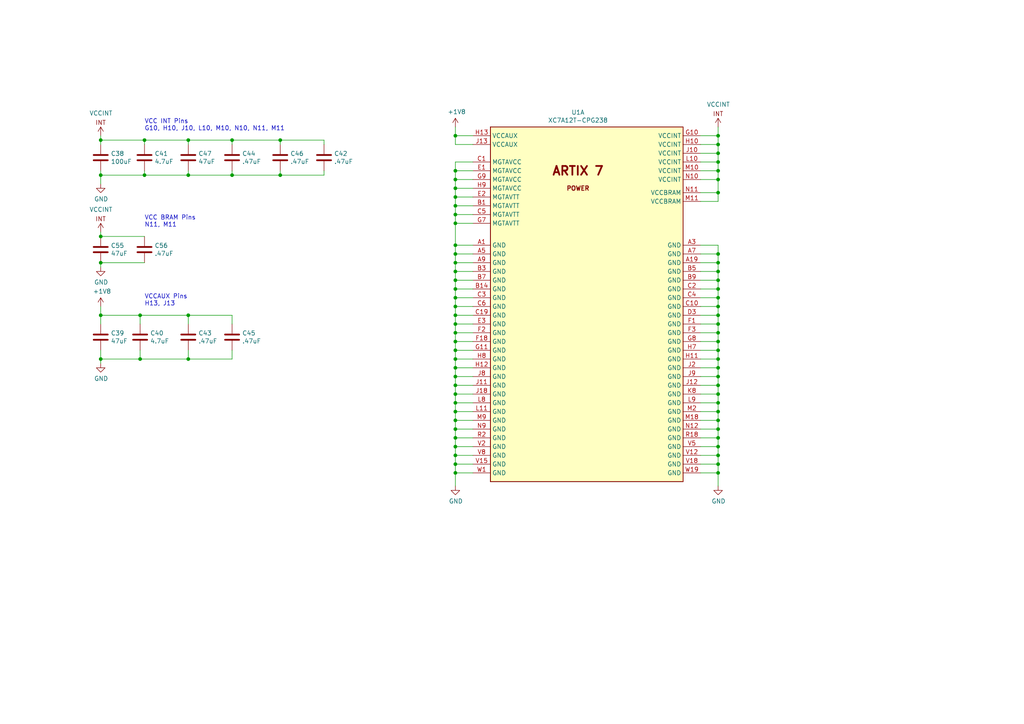
<source format=kicad_sch>
(kicad_sch (version 20211123) (generator eeschema)
  (paper "A4")
  (title_block (title "FOBOS Artix-7 a12t DUT - FPGA Power") (rev "1.0") (company "Cryptographic Engineering Research Group") (comment 1 "License: Apache License Version 2.0") (comment 2 "Copyright © Cryptographic Engineering Research Group") (comment 3 "Author: Jens-Peter Kaps, Eddie Ferrufino") (comment 4 "Project: FOBOS Artix-7 a12t DUT"))
  (lib_symbols
    (symbol "Device:C" (pin_numbers hide) (pin_names (offset 0.254))
      (property "Reference" "C" (at 0.635 2.54 0))
      (property "Value" "C" (at 0.635 -2.54 0))
      (symbol "C_0_1"
        (polyline (pts (xy -2.032 -0.762) (xy 2.032 -0.762)) (stroke (width 0.508)))
        (polyline (pts (xy -2.032 0.762) (xy 2.032 0.762)) (stroke (width 0.508)))
      )
      (symbol "C_1_1"
        (pin passive line (at 0 3.81 270) (length 2.794) (name "~") (number "1"))
        (pin passive line (at 0 -3.81 90) (length 2.794) (name "~") (number "2"))
      )
    )
    (symbol "cerg:VCCINT" (power) (pin_names (offset 0))
      (property "Value" "VCCINT" (at -2.54 3.81 90))
      (symbol "VCCINT_0_0"
        (text "INT" (at 0 3.81 0) (effects (font (size 1.27 1.27))))
      )
      (symbol "VCCINT_0_1"
        (polyline (pts (xy -0.762 1.27) (xy 0 2.54)))
        (polyline (pts (xy 0 0) (xy 0 2.54)))
        (polyline (pts (xy 0 2.54) (xy 0.762 1.27)))
      )
      (symbol "VCCINT_1_1"
        (pin power_in line (at 0 0 90) (length 0) hide (name "VCCINT") (number "1"))
      )
    )
    (symbol "cerg:XC7A12T-CPG238"
      (property "Reference" "U" (at 5.08 7.62 0))
      (property "Value" "XC7A12T-CPG238" (at 5.08 5.08 0))
      (symbol "XC7A12T-CPG238_1_0"
        (text "ARTIX 7" (at 30.48 -10.16 0) (effects (font (size 2.54 2.54) bold)))
        (text "POWER" (at 30.48 -15.24 0) (effects (font (size 1.27 1.27) bold)))
        (pin power_in line (at 0 -31.75 0) (length 5.08) (name "GND") (number "A1"))
        (pin power_in line (at 66.04 -36.83 180) (length 5.08) (name "GND") (number "A19"))
        (pin power_in line (at 66.04 -31.75 180) (length 5.08) (name "GND") (number "A3"))
        (pin power_in line (at 0 -34.29 0) (length 5.08) (name "GND") (number "A5"))
        (pin power_in line (at 66.04 -34.29 180) (length 5.08) (name "GND") (number "A7"))
        (pin power_in line (at 0 -36.83 0) (length 5.08) (name "GND") (number "A9"))
        (pin bidirectional line (at 0 -20.32 0) (length 5.08) (name "MGTAVTT") (number "B1"))
        (pin power_in line (at 0 -44.45 0) (length 5.08) (name "GND") (number "B14"))
        (pin power_in line (at 0 -39.37 0) (length 5.08) (name "GND") (number "B3"))
        (pin power_in line (at 66.04 -39.37 180) (length 5.08) (name "GND") (number "B5"))
        (pin power_in line (at 0 -41.91 0) (length 5.08) (name "GND") (number "B7"))
        (pin power_in line (at 66.04 -41.91 180) (length 5.08) (name "GND") (number "B9"))
        (pin power_in line (at 0 -7.62 0) (length 5.08) (name "MGTAVCC") (number "C1"))
        (pin power_in line (at 66.04 -49.53 180) (length 5.08) (name "GND") (number "C10"))
        (pin power_in line (at 0 -52.07 0) (length 5.08) (name "GND") (number "C19"))
        (pin power_in line (at 66.04 -44.45 180) (length 5.08) (name "GND") (number "C2"))
        (pin power_in line (at 0 -46.99 0) (length 5.08) (name "GND") (number "C3"))
        (pin power_in line (at 66.04 -46.99 180) (length 5.08) (name "GND") (number "C4"))
        (pin bidirectional line (at 0 -22.86 0) (length 5.08) (name "MGTAVTT") (number "C5"))
        (pin power_in line (at 0 -49.53 0) (length 5.08) (name "GND") (number "C6"))
        (pin power_in line (at 66.04 -52.07 180) (length 5.08) (name "GND") (number "D3"))
        (pin power_in line (at 0 -10.16 0) (length 5.08) (name "MGTAVCC") (number "E1"))
        (pin bidirectional line (at 0 -17.78 0) (length 5.08) (name "MGTAVTT") (number "E2"))
        (pin power_in line (at 0 -54.61 0) (length 5.08) (name "GND") (number "E3"))
        (pin power_in line (at 66.04 -54.61 180) (length 5.08) (name "GND") (number "F1"))
        (pin power_in line (at 0 -59.69 0) (length 5.08) (name "GND") (number "F18"))
        (pin power_in line (at 0 -57.15 0) (length 5.08) (name "GND") (number "F2"))
        (pin power_in line (at 66.04 -57.15 180) (length 5.08) (name "GND") (number "F3"))
        (pin power_in line (at 66.04 0 180) (length 5.08) (name "VCCINT") (number "G10"))
        (pin power_in line (at 0 -62.23 0) (length 5.08) (name "GND") (number "G11"))
        (pin bidirectional line (at 0 -25.4 0) (length 5.08) (name "MGTAVTT") (number "G7"))
        (pin power_in line (at 66.04 -59.69 180) (length 5.08) (name "GND") (number "G8"))
        (pin power_in line (at 0 -12.7 0) (length 5.08) (name "MGTAVCC") (number "G9"))
        (pin power_in line (at 66.04 -2.54 180) (length 5.08) (name "VCCINT") (number "H10"))
        (pin power_in line (at 66.04 -64.77 180) (length 5.08) (name "GND") (number "H11"))
        (pin power_in line (at 0 -67.31 0) (length 5.08) (name "GND") (number "H12"))
        (pin power_in line (at 0 0 0) (length 5.08) (name "VCCAUX") (number "H13"))
        (pin power_in line (at 66.04 -62.23 180) (length 5.08) (name "GND") (number "H7"))
        (pin power_in line (at 0 -64.77 0) (length 5.08) (name "GND") (number "H8"))
        (pin power_in line (at 0 -15.24 0) (length 5.08) (name "MGTAVCC") (number "H9"))
        (pin power_in line (at 66.04 -5.08 180) (length 5.08) (name "VCCINT") (number "J10"))
        (pin power_in line (at 0 -72.39 0) (length 5.08) (name "GND") (number "J11"))
        (pin power_in line (at 66.04 -72.39 180) (length 5.08) (name "GND") (number "J12"))
        (pin power_in line (at 0 -2.54 0) (length 5.08) (name "VCCAUX") (number "J13"))
        (pin power_in line (at 0 -74.93 0) (length 5.08) (name "GND") (number "J18"))
        (pin power_in line (at 66.04 -67.31 180) (length 5.08) (name "GND") (number "J2"))
        (pin power_in line (at 0 -69.85 0) (length 5.08) (name "GND") (number "J8"))
        (pin power_in line (at 66.04 -69.85 180) (length 5.08) (name "GND") (number "J9"))
        (pin power_in line (at 66.04 -74.93 180) (length 5.08) (name "GND") (number "K8"))
        (pin power_in line (at 66.04 -7.62 180) (length 5.08) (name "VCCINT") (number "L10"))
        (pin power_in line (at 0 -80.01 0) (length 5.08) (name "GND") (number "L11"))
        (pin power_in line (at 0 -77.47 0) (length 5.08) (name "GND") (number "L8"))
        (pin power_in line (at 66.04 -77.47 180) (length 5.08) (name "GND") (number "L9"))
        (pin power_in line (at 66.04 -10.16 180) (length 5.08) (name "VCCINT") (number "M10"))
        (pin power_in line (at 66.04 -19.05 180) (length 5.08) (name "VCCBRAM") (number "M11"))
        (pin power_in line (at 66.04 -82.55 180) (length 5.08) (name "GND") (number "M18"))
        (pin power_in line (at 66.04 -80.01 180) (length 5.08) (name "GND") (number "M2"))
        (pin power_in line (at 0 -82.55 0) (length 5.08) (name "GND") (number "M9"))
        (pin power_in line (at 66.04 -12.7 180) (length 5.08) (name "VCCINT") (number "N10"))
        (pin power_in line (at 66.04 -16.51 180) (length 5.08) (name "VCCBRAM") (number "N11"))
        (pin power_in line (at 66.04 -85.09 180) (length 5.08) (name "GND") (number "N12"))
        (pin power_in line (at 0 -85.09 0) (length 5.08) (name "GND") (number "N9"))
        (pin power_in line (at 66.04 -87.63 180) (length 5.08) (name "GND") (number "R18"))
        (pin power_in line (at 0 -87.63 0) (length 5.08) (name "GND") (number "R2"))
        (pin power_in line (at 66.04 -92.71 180) (length 5.08) (name "GND") (number "V12"))
        (pin power_in line (at 0 -95.25 0) (length 5.08) (name "GND") (number "V15"))
        (pin power_in line (at 66.04 -95.25 180) (length 5.08) (name "GND") (number "V18"))
        (pin power_in line (at 0 -90.17 0) (length 5.08) (name "GND") (number "V2"))
        (pin power_in line (at 66.04 -90.17 180) (length 5.08) (name "GND") (number "V5"))
        (pin power_in line (at 0 -92.71 0) (length 5.08) (name "GND") (number "V8"))
        (pin power_in line (at 0 -97.79 0) (length 5.08) (name "GND") (number "W1"))
        (pin power_in line (at 66.04 -97.79 180) (length 5.08) (name "GND") (number "W19"))
      )
      (symbol "XC7A12T-CPG238_1_1"
        (rectangle (start 5.08 -100.33) (end 60.96 2.54) (stroke (width 0.254)) (fill (type background)))
      )
      (symbol "XC7A12T-CPG238_2_0"
        (text "ARTIX 7" (at 53.34 -10.16 0) (effects (font (size 2.54 2.54) bold) (justify right)))
        (text "BANK 0" (at 53.34 -15.24 0) (effects (font (size 1.27 1.27) bold) (justify right)))
        (pin bidirectional line (at 0 -50.8 0) (length 5.08) (name "DXP_0") (number "A11"))
        (pin bidirectional line (at 0 -40.64 0) (length 5.08) (name "VP_0") (number "A12"))
        (pin bidirectional line (at 0 -43.18 0) (length 5.08) (name "VREFN_0") (number "A13"))
        (pin bidirectional line (at 0 -48.26 0) (length 5.08) (name "DXN_0") (number "B11"))
        (pin bidirectional line (at 0 -45.72 0) (length 5.08) (name "VREFP_0") (number "B12"))
        (pin bidirectional line (at 0 -38.1 0) (length 5.08) (name "VN_0") (number "B13"))
        (pin bidirectional line (at 0 -2.54 0) (length 5.08) (name "CCLK_0") (number "C11"))
        (pin power_in line (at 45.72 -57.15 90) (length 5.08) (name "GNDADC_0") (number "C12"))
        (pin power_in line (at 45.72 7.62 270) (length 5.08) (name "VCCADC_0") (number "C13"))
        (pin bidirectional line (at 0 -27.94 0) (length 5.08) (name "TCK_0") (number "C8"))
        (pin power_in line (at 48.26 7.62 270) (length 5.08) (name "VCCBATT_0") (number "C9"))
        (pin power_in line (at 50.8 7.62 270) (length 5.08) (name "VCCO_0") (number "G12"))
        (pin bidirectional line (at 0 -12.7 0) (length 5.08) (name "PROGRAM_B_0") (number "U10"))
        (pin bidirectional line (at 0 -7.62 0) (length 5.08) (name "DONE_0") (number "U11"))
        (pin bidirectional line (at 0 -5.08 0) (length 5.08) (name "CFGBVS_0") (number "U12"))
        (pin bidirectional line (at 0 -22.86 0) (length 5.08) (name "M2_0") (number "U13"))
        (pin bidirectional line (at 0 -33.02 0) (length 5.08) (name "TDO_0") (number "V10"))
        (pin power_in line (at 53.34 7.62 270) (length 5.08) (name "VCCO_0") (number "V11"))
        (pin bidirectional line (at 0 -17.78 0) (length 5.08) (name "M0_0") (number "V13"))
        (pin bidirectional line (at 0 -35.56 0) (length 5.08) (name "TMS_0") (number "W10"))
        (pin bidirectional line (at 0 -30.48 0) (length 5.08) (name "TDI_0") (number "W11"))
        (pin bidirectional line (at 0 -10.16 0) (length 5.08) (name "INIT_B_0") (number "W12"))
        (pin bidirectional line (at 0 -20.32 0) (length 5.08) (name "M1_0") (number "W13"))
      )
      (symbol "XC7A12T-CPG238_2_1"
        (rectangle (start 5.08 -52.07) (end 55.88 2.54) (stroke (width 0.254)) (fill (type background)))
      )
      (symbol "XC7A12T-CPG238_3_0"
        (rectangle (start 5.08 2.54) (end 55.88 -127) (stroke (width 0.254)) (fill (type background)))
        (text "ARTIX 7" (at 53.34 -10.16 0) (effects (font (size 2.54 2.54) bold) (justify right)))
        (text "BANK 14" (at 53.34 -15.24 0) (effects (font (size 1.27 1.27) bold) (justify right)))
        (pin bidirectional line (at 0 0 0) (length 5.08) (name "IO_0_14") (number "D17"))
        (pin bidirectional line (at 0 -2.54 0) (length 5.08) (name "IO_L1P_T0_D00_MOSI_14") (number "D18"))
        (pin bidirectional line (at 0 -5.08 0) (length 5.08) (name "IO_L1N_T0_D01_DIN_14") (number "D19"))
        (pin bidirectional line (at 0 -12.7 0) (length 5.08) (name "IO_L3P_T0_DQS_PUDC_B_14") (number "E17"))
        (pin bidirectional line (at 0 -15.24 0) (length 5.08) (name "IO_L3N_T0_DQS_EMCCLK_14") (number "E18"))
        (pin bidirectional line (at 0 -7.62 0) (length 5.08) (name "IO_L2P_T0_D02_14") (number "E19"))
        (pin bidirectional line (at 0 -22.86 0) (length 5.08) (name "IO_L5P_T0_D06_14") (number "F17"))
        (pin bidirectional line (at 0 -10.16 0) (length 5.08) (name "IO_L2N_T0_D03_14") (number "F19"))
        (pin bidirectional line (at 0 -25.4 0) (length 5.08) (name "IO_L5N_T0_D07_14") (number "G17"))
        (pin bidirectional line (at 0 -17.78 0) (length 5.08) (name "IO_L4P_T0_D04_14") (number "G18"))
        (pin bidirectional line (at 0 -27.94 0) (length 5.08) (name "IO_L6P_T0_FCS_B_14") (number "G19"))
        (pin bidirectional line (at 0 -33.02 0) (length 5.08) (name "IO_L7P_T1_D09_14") (number "H17"))
        (pin bidirectional line (at 0 -20.32 0) (length 5.08) (name "IO_L4N_T0_D05_14") (number "H18"))
        (pin bidirectional line (at 0 -30.48 0) (length 5.08) (name "IO_L6N_T0_D08_VREF_14") (number "H19"))
        (pin bidirectional line (at 0 -35.56 0) (length 5.08) (name "IO_L7N_T1_D10_14") (number "J17"))
        (pin bidirectional line (at 0 -38.1 0) (length 5.08) (name "IO_L8P_T1_D11_14") (number "J19"))
        (pin power_in line (at 38.1 7.62 270) (length 5.08) (name "VCCO_14") (number "K12"))
        (pin power_in line (at 40.64 7.62 270) (length 5.08) (name "VCCO_14") (number "K13"))
        (pin bidirectional line (at 0 -58.42 0) (length 5.08) (name "IO_L12P_T1_MRCC_14") (number "K17"))
        (pin bidirectional line (at 0 -53.34 0) (length 5.08) (name "IO_L11P_T1_SRCC_14") (number "K18"))
        (pin bidirectional line (at 0 -40.64 0) (length 5.08) (name "IO_L8N_T1_D12_14") (number "K19"))
        (pin power_in line (at 43.18 7.62 270) (length 5.08) (name "VCCO_14") (number "L12"))
        (pin power_in line (at 45.72 7.62 270) (length 5.08) (name "VCCO_14") (number "L13"))
        (pin bidirectional line (at 0 -60.96 0) (length 5.08) (name "IO_L12N_T1_MRCC_14") (number "L17"))
        (pin bidirectional line (at 0 -55.88 0) (length 5.08) (name "IO_L11N_T1_SRCC_14") (number "L18"))
        (pin bidirectional line (at 0 -43.18 0) (length 5.08) (name "IO_L9P_T1_DQS_14") (number "L19"))
        (pin power_in line (at 48.26 7.62 270) (length 5.08) (name "VCCO_14") (number "M12"))
        (pin power_in line (at 50.8 7.62 270) (length 5.08) (name "VCCO_14") (number "M13"))
        (pin bidirectional line (at 0 -48.26 0) (length 5.08) (name "IO_L10P_T1_D14_14") (number "M17"))
        (pin bidirectional line (at 0 -45.72 0) (length 5.08) (name "IO_L9N_T1_DQS_D13_14") (number "M19"))
        (pin power_in line (at 53.34 7.62 270) (length 5.08) (name "VCCO_14") (number "N13"))
        (pin bidirectional line (at 0 -68.58 0) (length 5.08) (name "IO_L14P_T2_SRCC_14") (number "N17"))
        (pin bidirectional line (at 0 -50.8 0) (length 5.08) (name "IO_L10N_T1_D15_14") (number "N18"))
        (pin bidirectional line (at 0 -63.5 0) (length 5.08) (name "IO_L13P_T2_MRCC_14") (number "N19"))
        (pin bidirectional line (at 0 -83.82 0) (length 5.08) (name "IO_L17P_T2_A14_D30_14") (number "P17"))
        (pin bidirectional line (at 0 -71.12 0) (length 5.08) (name "IO_L14N_T2_SRCC_14") (number "P18"))
        (pin bidirectional line (at 0 -66.04 0) (length 5.08) (name "IO_L13N_T2_MRCC_14") (number "P19"))
        (pin bidirectional line (at 0 -86.36 0) (length 5.08) (name "IO_L17N_T2_A13_D29_14") (number "R17"))
        (pin bidirectional line (at 0 -73.66 0) (length 5.08) (name "IO_L15P_T2_DQS_RDWR_B_14") (number "R19"))
        (pin bidirectional line (at 0 -88.9 0) (length 5.08) (name "IO_L18P_T2_A12_D28_14") (number "T17"))
        (pin bidirectional line (at 0 -91.44 0) (length 5.08) (name "IO_L18N_T2_A11_D27_14") (number "T18"))
        (pin bidirectional line (at 0 -76.2 0) (length 5.08) (name "IO_L15N_T2_DQS_DOUT_CSO_B_14") (number "T19"))
        (pin bidirectional line (at 0 -124.46 0) (length 5.08) (name "IO_25_14") (number "U14"))
        (pin bidirectional line (at 0 -109.22 0) (length 5.08) (name "IO_L22P_T3_A05_D21_14") (number "U15"))
        (pin bidirectional line (at 0 -111.76 0) (length 5.08) (name "IO_L22N_T3_A04_D20_14") (number "U16"))
        (pin bidirectional line (at 0 -93.98 0) (length 5.08) (name "IO_L19P_T3_A10_D26_14") (number "U17"))
        (pin bidirectional line (at 0 -96.52 0) (length 5.08) (name "IO_L19N_T3_A09_D25_VREF_14") (number "U18"))
        (pin bidirectional line (at 0 -78.74 0) (length 5.08) (name "IO_L16P_T2_CSI_B_14") (number "U19"))
        (pin bidirectional line (at 0 -114.3 0) (length 5.08) (name "IO_L23P_T3_A03_D19_14") (number "V14"))
        (pin bidirectional line (at 0 -104.14 0) (length 5.08) (name "IO_L21P_T3_DQS_14") (number "V16"))
        (pin bidirectional line (at 0 -106.68 0) (length 5.08) (name "IO_L21N_T3_DQS_A06_D22_14") (number "V17"))
        (pin bidirectional line (at 0 -81.28 0) (length 5.08) (name "IO_L16N_T2_A15_D31_14") (number "V19"))
        (pin bidirectional line (at 0 -116.84 0) (length 5.08) (name "IO_L23N_T3_A02_D18_14") (number "W14"))
        (pin bidirectional line (at 0 -119.38 0) (length 5.08) (name "IO_L24P_T3_A01_D17_14") (number "W15"))
        (pin bidirectional line (at 0 -121.92 0) (length 5.08) (name "IO_L24N_T3_A00_D16_14") (number "W16"))
        (pin bidirectional line (at 0 -99.06 0) (length 5.08) (name "IO_L20P_T3_A08_D24_14") (number "W17"))
        (pin bidirectional line (at 0 -101.6 0) (length 5.08) (name "IO_L20N_T3_A07_D23_14") (number "W18"))
      )
      (symbol "XC7A12T-CPG238_4_0"
        (rectangle (start 5.08 2.54) (end 55.88 -30.48) (stroke (width 0.254)) (fill (type background)))
        (text "ARTIX 7" (at 53.34 -10.16 0) (effects (font (size 2.54 2.54) bold) (justify right)))
        (text "BANK 15" (at 53.34 -15.24 0) (effects (font (size 1.27 1.27) bold) (justify right)))
        (pin bidirectional line (at 0 -2.54 0) (length 5.08) (name "IO_L10P_T1_AD4P_15") (number "A14"))
        (pin bidirectional line (at 0 -5.08 0) (length 5.08) (name "IO_L10N_T1_AD4N_15") (number "A15"))
        (pin bidirectional line (at 0 -10.16 0) (length 5.08) (name "IO_L11N_T1_SRCC_AD12N_15") (number "A16"))
        (pin bidirectional line (at 0 0 0) (length 5.08) (name "IO_L6N_T0_VREF_15") (number "A17"))
        (pin bidirectional line (at 0 -25.4 0) (length 5.08) (name "IO_L14N_T2_SRCC_15") (number "A18"))
        (pin bidirectional line (at 0 -15.24 0) (length 5.08) (name "IO_L12N_T1_MRCC_AD5N_15") (number "B15"))
        (pin bidirectional line (at 0 -7.62 0) (length 5.08) (name "IO_L11P_T1_SRCC_AD12P_15") (number "B16"))
        (pin bidirectional line (at 0 -20.32 0) (length 5.08) (name "IO_L13N_T2_MRCC_15") (number "B17"))
        (pin bidirectional line (at 0 -22.86 0) (length 5.08) (name "IO_L14P_T2_SRCC_15") (number "B18"))
        (pin power_in line (at 45.72 7.62 270) (length 5.08) (name "VCCO_15") (number "B19"))
        (pin power_in line (at 48.26 7.62 270) (length 5.08) (name "VCCO_15") (number "C14"))
        (pin bidirectional line (at 0 -12.7 0) (length 5.08) (name "IO_L12P_T1_MRCC_AD5P_15") (number "C15"))
        (pin bidirectional line (at 0 -17.78 0) (length 5.08) (name "IO_L13P_T2_MRCC_15") (number "C16"))
        (pin bidirectional line (at 0 -27.94 0) (length 5.08) (name "IO_L19N_T3_A21_VREF_15") (number "C17"))
        (pin power_in line (at 50.8 7.62 270) (length 5.08) (name "VCCO_15") (number "C18"))
        (pin power_in line (at 53.34 7.62 270) (length 5.08) (name "VCCO_15") (number "G13"))
      )
      (symbol "XC7A12T-CPG238_5_0"
        (rectangle (start 5.08 2.54) (end 55.88 -127) (stroke (width 0.254)) (fill (type background)))
        (text "ARTIX 7" (at 53.34 -10.16 0) (effects (font (size 2.54 2.54) bold) (justify right)))
        (text "BANK 34" (at 53.34 -15.24 0) (effects (font (size 1.27 1.27) bold) (justify right)))
        (pin bidirectional line (at 0 -5.08 0) (length 5.08) (name "IO_L1N_T0_34") (number "G1"))
        (pin bidirectional line (at 0 -2.54 0) (length 5.08) (name "IO_L1P_T0_34") (number "G2"))
        (pin bidirectional line (at 0 0 0) (length 5.08) (name "IO_0_34") (number "G3"))
        (pin bidirectional line (at 0 -12.7 0) (length 5.08) (name "IO_L3P_T0_DQS_34") (number "H1"))
        (pin bidirectional line (at 0 -10.16 0) (length 5.08) (name "IO_L2N_T0_34") (number "H2"))
        (pin bidirectional line (at 0 -7.62 0) (length 5.08) (name "IO_L2P_T0_34") (number "H3"))
        (pin bidirectional line (at 0 -15.24 0) (length 5.08) (name "IO_L3N_T0_DQS_34") (number "J1"))
        (pin bidirectional line (at 0 -22.86 0) (length 5.08) (name "IO_L5P_T0_34") (number "J3"))
        (pin power_in line (at 38.1 7.62 270) (length 5.08) (name "VCCO_34") (number "J7"))
        (pin bidirectional line (at 0 -20.32 0) (length 5.08) (name "IO_L4N_T0_34") (number "K1"))
        (pin bidirectional line (at 0 -17.78 0) (length 5.08) (name "IO_L4P_T0_34") (number "K2"))
        (pin bidirectional line (at 0 -25.4 0) (length 5.08) (name "IO_L5N_T0_34") (number "K3"))
        (pin power_in line (at 40.64 7.62 270) (length 5.08) (name "VCCO_34") (number "K7"))
        (pin bidirectional line (at 0 -33.02 0) (length 5.08) (name "IO_L7P_T1_34") (number "L1"))
        (pin bidirectional line (at 0 -30.48 0) (length 5.08) (name "IO_L6N_T0_VREF_34") (number "L2"))
        (pin bidirectional line (at 0 -27.94 0) (length 5.08) (name "IO_L6P_T0_34") (number "L3"))
        (pin power_in line (at 43.18 7.62 270) (length 5.08) (name "VCCO_34") (number "L7"))
        (pin bidirectional line (at 0 -35.56 0) (length 5.08) (name "IO_L7N_T1_34") (number "M1"))
        (pin bidirectional line (at 0 -48.26 0) (length 5.08) (name "IO_L10P_T1_34") (number "M3"))
        (pin power_in line (at 45.72 7.62 270) (length 5.08) (name "VCCO_34") (number "M7"))
        (pin power_in line (at 48.26 7.62 270) (length 5.08) (name "VCCO_34") (number "M8"))
        (pin bidirectional line (at 0 -43.18 0) (length 5.08) (name "IO_L9P_T1_DQS_34") (number "N1"))
        (pin bidirectional line (at 0 -38.1 0) (length 5.08) (name "IO_L8P_T1_34") (number "N2"))
        (pin bidirectional line (at 0 -50.8 0) (length 5.08) (name "IO_L10N_T1_34") (number "N3"))
        (pin power_in line (at 50.8 7.62 270) (length 5.08) (name "VCCO_34") (number "N7"))
        (pin power_in line (at 53.34 7.62 270) (length 5.08) (name "VCCO_34") (number "N8"))
        (pin bidirectional line (at 0 -45.72 0) (length 5.08) (name "IO_L9N_T1_DQS_34") (number "P1"))
        (pin bidirectional line (at 0 -40.64 0) (length 5.08) (name "IO_L8N_T1_34") (number "P2"))
        (pin bidirectional line (at 0 -58.42 0) (length 5.08) (name "IO_L12P_T1_MRCC_34") (number "P3"))
        (pin bidirectional line (at 0 -53.34 0) (length 5.08) (name "IO_L11P_T1_SRCC_34") (number "R1"))
        (pin bidirectional line (at 0 -60.96 0) (length 5.08) (name "IO_L12N_T1_MRCC_34") (number "R3"))
        (pin bidirectional line (at 0 -55.88 0) (length 5.08) (name "IO_L11N_T1_SRCC_34") (number "T1"))
        (pin bidirectional line (at 0 -66.04 0) (length 5.08) (name "IO_L13N_T2_MRCC_34") (number "T2"))
        (pin bidirectional line (at 0 -63.5 0) (length 5.08) (name "IO_L13P_T2_MRCC_34") (number "T3"))
        (pin bidirectional line (at 0 -68.58 0) (length 5.08) (name "IO_L14P_T2_SRCC_34") (number "U1"))
        (pin bidirectional line (at 0 -76.2 0) (length 5.08) (name "IO_L15N_T2_DQS_34") (number "U2"))
        (pin bidirectional line (at 0 -73.66 0) (length 5.08) (name "IO_L15P_T2_DQS_34") (number "U3"))
        (pin bidirectional line (at 0 -78.74 0) (length 5.08) (name "IO_L16P_T2_34") (number "U4"))
        (pin bidirectional line (at 0 -96.52 0) (length 5.08) (name "IO_L19N_T3_VREF_34") (number "U5"))
        (pin bidirectional line (at 0 -93.98 0) (length 5.08) (name "IO_L19P_T3_34") (number "U6"))
        (pin bidirectional line (at 0 -104.14 0) (length 5.08) (name "IO_L21P_T3_DQS_34") (number "U7"))
        (pin bidirectional line (at 0 -111.76 0) (length 5.08) (name "IO_L22N_T3_34") (number "U8"))
        (pin bidirectional line (at 0 -109.22 0) (length 5.08) (name "IO_L22P_T3_34") (number "U9"))
        (pin bidirectional line (at 0 -71.12 0) (length 5.08) (name "IO_L14N_T2_SRCC_34") (number "V1"))
        (pin bidirectional line (at 0 -81.28 0) (length 5.08) (name "IO_L16N_T2_34") (number "V3"))
        (pin bidirectional line (at 0 -83.82 0) (length 5.08) (name "IO_L17P_T2_34") (number "V4"))
        (pin bidirectional line (at 0 -106.68 0) (length 5.08) (name "IO_L21N_T3_DQS_34") (number "V6"))
        (pin bidirectional line (at 0 -119.38 0) (length 5.08) (name "IO_L24P_T3_34") (number "V7"))
        (pin bidirectional line (at 0 -124.46 0) (length 5.08) (name "IO_25_34") (number "V9"))
        (pin bidirectional line (at 0 -91.44 0) (length 5.08) (name "IO_L18N_T2_34") (number "W2"))
        (pin bidirectional line (at 0 -88.9 0) (length 5.08) (name "IO_L18P_T2_34") (number "W3"))
        (pin bidirectional line (at 0 -86.36 0) (length 5.08) (name "IO_L17N_T2_34") (number "W4"))
        (pin bidirectional line (at 0 -101.6 0) (length 5.08) (name "IO_L20N_T3_34") (number "W5"))
        (pin bidirectional line (at 0 -99.06 0) (length 5.08) (name "IO_L20P_T3_34") (number "W6"))
        (pin bidirectional line (at 0 -121.92 0) (length 5.08) (name "IO_L24N_T3_34") (number "W7"))
        (pin bidirectional line (at 0 -116.84 0) (length 5.08) (name "IO_L23N_T3_34") (number "W8"))
        (pin bidirectional line (at 0 -114.3 0) (length 5.08) (name "IO_L23P_T3_34") (number "W9"))
      )
      (symbol "XC7A12T-CPG238_6_0"
        (rectangle (start 5.08 2.54) (end 55.88 -33.02) (stroke (width 0.254)) (fill (type background)))
        (text "ARTIX 7" (at 53.34 -10.16 0) (effects (font (size 2.54 2.54) bold) (justify right)))
        (text "BANK 216" (at 53.34 -15.24 0) (effects (font (size 1.27 1.27) bold) (justify right)))
        (pin bidirectional line (at 0 -25.4 0) (length 5.08) (name "MGTREFCLK1N_216") (number "A10"))
        (pin bidirectional line (at 0 -12.7 0) (length 5.08) (name "MGTPTXN1_216") (number "A2"))
        (pin bidirectional line (at 0 0 0) (length 5.08) (name "MGTPRXN0_216") (number "A4"))
        (pin bidirectional line (at 0 -2.54 0) (length 5.08) (name "MGTPRXN1_216") (number "A6"))
        (pin bidirectional line (at 0 -20.32 0) (length 5.08) (name "MGTREFCLK0N_216") (number "A8"))
        (pin bidirectional line (at 0 -27.94 0) (length 5.08) (name "MGTREFCLK1P_216") (number "B10"))
        (pin bidirectional line (at 0 -17.78 0) (length 5.08) (name "MGTPTXP1_216") (number "B2"))
        (pin bidirectional line (at 0 -5.08 0) (length 5.08) (name "MGTPRXP0_216") (number "B4"))
        (pin bidirectional line (at 0 -7.62 0) (length 5.08) (name "MGTPRXP1_216") (number "B6"))
        (pin bidirectional line (at 0 -22.86 0) (length 5.08) (name "MGTREFCLK0P_216") (number "B8"))
        (pin bidirectional line (at 0 -30.48 0) (length 5.08) (name "MGTRREF_216") (number "C7"))
        (pin bidirectional line (at 0 -10.16 0) (length 5.08) (name "MGTPTXN0_216") (number "D1"))
        (pin bidirectional line (at 0 -15.24 0) (length 5.08) (name "MGTPTXP0_216") (number "D2"))
      )
    )
    (symbol "power:+1V8" (power) (pin_names (offset 0))
      (property "Value" "+1V8" (at 0 3.556 0))
      (symbol "+1V8_0_1"
        (polyline (pts (xy -0.762 1.27) (xy 0 2.54)))
        (polyline (pts (xy 0 0) (xy 0 2.54)))
        (polyline (pts (xy 0 2.54) (xy 0.762 1.27)))
      )
      (symbol "+1V8_1_1"
        (pin power_in line (at 0 0 90) (length 0) hide (name "+1V8") (number "1"))
      )
    )
    (symbol "power:GND" (power) (pin_names (offset 0))
      (property "Value" "GND" (at 0 -3.81 0))
      (symbol "GND_0_1"
        (polyline (pts (xy 0 0) (xy 0 -1.27) (xy 1.27 -1.27) (xy 0 -2.54) (xy -1.27 -1.27) (xy 0 -1.27)))
      )
      (symbol "GND_1_1"
        (pin power_in line (at 0 0 270) (length 0) hide (name "GND") (number "1"))
      )
    )
  )
  (junction (at 132.08 109.22))
  (junction (at 29.21 104.14))
  (junction (at 208.28 121.92))
  (junction (at 132.08 134.62))
  (junction (at 54.61 91.44))
  (junction (at 132.08 54.61))
  (junction (at 132.08 73.66))
  (junction (at 132.08 106.68))
  (junction (at 132.08 57.15))
  (junction (at 132.08 127))
  (junction (at 208.28 78.74))
  (junction (at 132.08 93.98))
  (junction (at 208.28 83.82))
  (junction (at 67.31 40.64))
  (junction (at 29.21 50.8))
  (junction (at 208.28 124.46))
  (junction (at 132.08 116.84))
  (junction (at 208.28 55.88))
  (junction (at 132.08 81.28))
  (junction (at 208.28 91.44))
  (junction (at 208.28 93.98))
  (junction (at 208.28 119.38))
  (junction (at 208.28 81.28))
  (junction (at 208.28 101.6))
  (junction (at 132.08 101.6))
  (junction (at 81.28 40.64))
  (junction (at 132.08 86.36))
  (junction (at 132.08 99.06))
  (junction (at 54.61 50.8))
  (junction (at 208.28 109.22))
  (junction (at 67.31 50.8))
  (junction (at 208.28 49.53))
  (junction (at 132.08 49.53))
  (junction (at 29.21 68.58))
  (junction (at 29.21 40.64))
  (junction (at 132.08 111.76))
  (junction (at 208.28 99.06))
  (junction (at 54.61 104.14))
  (junction (at 208.28 129.54))
  (junction (at 41.91 50.8))
  (junction (at 132.08 59.69))
  (junction (at 208.28 41.91))
  (junction (at 132.08 91.44))
  (junction (at 132.08 62.23))
  (junction (at 41.91 40.64))
  (junction (at 132.08 76.2))
  (junction (at 208.28 86.36))
  (junction (at 132.08 88.9))
  (junction (at 208.28 116.84))
  (junction (at 40.64 91.44))
  (junction (at 208.28 44.45))
  (junction (at 132.08 119.38))
  (junction (at 29.21 76.2))
  (junction (at 132.08 78.74))
  (junction (at 132.08 124.46))
  (junction (at 29.21 91.44))
  (junction (at 132.08 96.52))
  (junction (at 208.28 137.16))
  (junction (at 208.28 132.08))
  (junction (at 208.28 88.9))
  (junction (at 132.08 129.54))
  (junction (at 208.28 114.3))
  (junction (at 132.08 71.12))
  (junction (at 132.08 121.92))
  (junction (at 132.08 114.3))
  (junction (at 132.08 104.14))
  (junction (at 40.64 104.14))
  (junction (at 54.61 40.64))
  (junction (at 208.28 111.76))
  (junction (at 81.28 50.8))
  (junction (at 208.28 73.66))
  (junction (at 208.28 46.99))
  (junction (at 208.28 104.14))
  (junction (at 208.28 134.62))
  (junction (at 208.28 96.52))
  (junction (at 208.28 106.68))
  (junction (at 208.28 52.07))
  (junction (at 132.08 83.82))
  (junction (at 132.08 64.77))
  (junction (at 208.28 39.37))
  (junction (at 208.28 127))
  (junction (at 132.08 137.16))
  (junction (at 208.28 76.2))
  (junction (at 132.08 52.07))
  (junction (at 132.08 132.08))
  (junction (at 132.08 39.37))
  (wire (pts (xy 132.08 71.12) (xy 132.08 73.66)))
  (wire (pts (xy 41.91 76.2) (xy 29.21 76.2)))
  (wire (pts (xy 40.64 91.44) (xy 29.21 91.44)))
  (wire (pts (xy 93.98 50.8) (xy 81.28 50.8)))
  (wire (pts (xy 132.08 49.53) (xy 132.08 52.07)))
  (wire (pts (xy 137.16 106.68) (xy 132.08 106.68)))
  (wire (pts (xy 208.28 39.37) (xy 208.28 36.83)))
  (wire (pts (xy 132.08 101.6) (xy 132.08 104.14)))
  (wire (pts (xy 137.16 96.52) (xy 132.08 96.52)))
  (wire (pts (xy 203.2 39.37) (xy 208.28 39.37)))
  (wire (pts (xy 93.98 40.64) (xy 81.28 40.64)))
  (wire (pts (xy 137.16 49.53) (xy 132.08 49.53)))
  (wire (pts (xy 137.16 41.91) (xy 132.08 41.91)))
  (wire (pts (xy 137.16 57.15) (xy 132.08 57.15)))
  (wire (pts (xy 132.08 62.23) (xy 132.08 64.77)))
  (wire (pts (xy 208.28 52.07) (xy 208.28 55.88)))
  (wire (pts (xy 203.2 114.3) (xy 208.28 114.3)))
  (wire (pts (xy 208.28 134.62) (xy 208.28 137.16)))
  (wire (pts (xy 137.16 121.92) (xy 132.08 121.92)))
  (wire (pts (xy 137.16 104.14) (xy 132.08 104.14)))
  (wire (pts (xy 208.28 73.66) (xy 208.28 76.2)))
  (wire (pts (xy 137.16 39.37) (xy 132.08 39.37)))
  (wire (pts (xy 29.21 101.6) (xy 29.21 104.14)))
  (wire (pts (xy 208.28 124.46) (xy 208.28 127)))
  (wire (pts (xy 203.2 58.42) (xy 208.28 58.42)))
  (wire (pts (xy 208.28 91.44) (xy 208.28 93.98)))
  (wire (pts (xy 29.21 50.8) (xy 29.21 53.34)))
  (wire (pts (xy 203.2 124.46) (xy 208.28 124.46)))
  (wire (pts (xy 41.91 68.58) (xy 29.21 68.58)))
  (wire (pts (xy 137.16 81.28) (xy 132.08 81.28)))
  (wire (pts (xy 29.21 93.98) (xy 29.21 91.44)))
  (wire (pts (xy 137.16 88.9) (xy 132.08 88.9)))
  (wire (pts (xy 132.08 106.68) (xy 132.08 109.22)))
  (wire (pts (xy 203.2 116.84) (xy 208.28 116.84)))
  (wire (pts (xy 67.31 50.8) (xy 54.61 50.8)))
  (wire (pts (xy 208.28 49.53) (xy 208.28 46.99)))
  (wire (pts (xy 132.08 76.2) (xy 132.08 78.74)))
  (wire (pts (xy 54.61 104.14) (xy 67.31 104.14)))
  (wire (pts (xy 203.2 44.45) (xy 208.28 44.45)))
  (wire (pts (xy 40.64 93.98) (xy 40.64 91.44)))
  (wire (pts (xy 208.28 88.9) (xy 208.28 91.44)))
  (wire (pts (xy 54.61 41.91) (xy 54.61 40.64)))
  (wire (pts (xy 208.28 101.6) (xy 208.28 104.14)))
  (wire (pts (xy 81.28 40.64) (xy 67.31 40.64)))
  (wire (pts (xy 137.16 86.36) (xy 132.08 86.36)))
  (wire (pts (xy 203.2 104.14) (xy 208.28 104.14)))
  (wire (pts (xy 67.31 41.91) (xy 67.31 40.64)))
  (wire (pts (xy 132.08 121.92) (xy 132.08 124.46)))
  (wire (pts (xy 137.16 73.66) (xy 132.08 73.66)))
  (wire (pts (xy 132.08 59.69) (xy 132.08 62.23)))
  (wire (pts (xy 208.28 109.22) (xy 208.28 111.76)))
  (wire (pts (xy 29.21 41.91) (xy 29.21 40.64)))
  (wire (pts (xy 203.2 109.22) (xy 208.28 109.22)))
  (wire (pts (xy 203.2 119.38) (xy 208.28 119.38)))
  (wire (pts (xy 132.08 134.62) (xy 132.08 137.16)))
  (wire (pts (xy 29.21 104.14) (xy 29.21 105.41)))
  (wire (pts (xy 41.91 50.8) (xy 29.21 50.8)))
  (wire (pts (xy 137.16 46.99) (xy 132.08 46.99)))
  (wire (pts (xy 137.16 109.22) (xy 132.08 109.22)))
  (wire (pts (xy 137.16 101.6) (xy 132.08 101.6)))
  (wire (pts (xy 208.28 55.88) (xy 208.28 58.42)))
  (wire (pts (xy 208.28 46.99) (xy 208.28 44.45)))
  (wire (pts (xy 208.28 99.06) (xy 208.28 101.6)))
  (wire (pts (xy 208.28 129.54) (xy 208.28 132.08)))
  (wire (pts (xy 137.16 116.84) (xy 132.08 116.84)))
  (wire (pts (xy 132.08 127) (xy 132.08 129.54)))
  (wire (pts (xy 81.28 49.53) (xy 81.28 50.8)))
  (wire (pts (xy 54.61 40.64) (xy 41.91 40.64)))
  (wire (pts (xy 137.16 99.06) (xy 132.08 99.06)))
  (wire (pts (xy 137.16 64.77) (xy 132.08 64.77)))
  (wire (pts (xy 132.08 78.74) (xy 132.08 81.28)))
  (wire (pts (xy 132.08 137.16) (xy 132.08 140.97)))
  (wire (pts (xy 67.31 93.98) (xy 67.31 91.44)))
  (wire (pts (xy 132.08 114.3) (xy 132.08 116.84)))
  (wire (pts (xy 132.08 124.46) (xy 132.08 127)))
  (wire (pts (xy 208.28 76.2) (xy 208.28 78.74)))
  (wire (pts (xy 41.91 49.53) (xy 41.91 50.8)))
  (wire (pts (xy 203.2 121.92) (xy 208.28 121.92)))
  (wire (pts (xy 203.2 73.66) (xy 208.28 73.66)))
  (wire (pts (xy 208.28 41.91) (xy 208.28 39.37)))
  (wire (pts (xy 203.2 55.88) (xy 208.28 55.88)))
  (wire (pts (xy 203.2 93.98) (xy 208.28 93.98)))
  (wire (pts (xy 137.16 71.12) (xy 132.08 71.12)))
  (wire (pts (xy 29.21 91.44) (xy 29.21 88.9)))
  (wire (pts (xy 203.2 81.28) (xy 208.28 81.28)))
  (wire (pts (xy 203.2 76.2) (xy 208.28 76.2)))
  (wire (pts (xy 93.98 49.53) (xy 93.98 50.8)))
  (wire (pts (xy 132.08 111.76) (xy 132.08 114.3)))
  (wire (pts (xy 132.08 91.44) (xy 132.08 93.98)))
  (wire (pts (xy 67.31 91.44) (xy 54.61 91.44)))
  (wire (pts (xy 137.16 137.16) (xy 132.08 137.16)))
  (wire (pts (xy 137.16 111.76) (xy 132.08 111.76)))
  (wire (pts (xy 208.28 49.53) (xy 208.28 52.07)))
  (wire (pts (xy 208.28 71.12) (xy 208.28 73.66)))
  (wire (pts (xy 137.16 83.82) (xy 132.08 83.82)))
  (wire (pts (xy 203.2 49.53) (xy 208.28 49.53)))
  (wire (pts (xy 137.16 129.54) (xy 132.08 129.54)))
  (wire (pts (xy 54.61 50.8) (xy 41.91 50.8)))
  (wire (pts (xy 203.2 101.6) (xy 208.28 101.6)))
  (wire (pts (xy 132.08 86.36) (xy 132.08 88.9)))
  (wire (pts (xy 203.2 99.06) (xy 208.28 99.06)))
  (wire (pts (xy 208.28 86.36) (xy 208.28 88.9)))
  (wire (pts (xy 132.08 52.07) (xy 132.08 54.61)))
  (wire (pts (xy 203.2 137.16) (xy 208.28 137.16)))
  (wire (pts (xy 203.2 106.68) (xy 208.28 106.68)))
  (wire (pts (xy 137.16 119.38) (xy 132.08 119.38)))
  (wire (pts (xy 137.16 93.98) (xy 132.08 93.98)))
  (wire (pts (xy 132.08 39.37) (xy 132.08 36.83)))
  (wire (pts (xy 137.16 52.07) (xy 132.08 52.07)))
  (wire (pts (xy 203.2 91.44) (xy 208.28 91.44)))
  (wire (pts (xy 132.08 46.99) (xy 132.08 49.53)))
  (wire (pts (xy 203.2 134.62) (xy 208.28 134.62)))
  (wire (pts (xy 29.21 49.53) (xy 29.21 50.8)))
  (wire (pts (xy 132.08 96.52) (xy 132.08 99.06)))
  (wire (pts (xy 203.2 96.52) (xy 208.28 96.52)))
  (wire (pts (xy 132.08 64.77) (xy 132.08 71.12)))
  (wire (pts (xy 41.91 41.91) (xy 41.91 40.64)))
  (wire (pts (xy 208.28 127) (xy 208.28 129.54)))
  (wire (pts (xy 208.28 116.84) (xy 208.28 119.38)))
  (wire (pts (xy 137.16 132.08) (xy 132.08 132.08)))
  (wire (pts (xy 132.08 41.91) (xy 132.08 39.37)))
  (wire (pts (xy 137.16 78.74) (xy 132.08 78.74)))
  (wire (pts (xy 208.28 119.38) (xy 208.28 121.92)))
  (wire (pts (xy 29.21 67.31) (xy 29.21 68.58)))
  (wire (pts (xy 40.64 104.14) (xy 54.61 104.14)))
  (wire (pts (xy 67.31 40.64) (xy 54.61 40.64)))
  (wire (pts (xy 137.16 62.23) (xy 132.08 62.23)))
  (wire (pts (xy 208.28 106.68) (xy 208.28 109.22)))
  (wire (pts (xy 208.28 81.28) (xy 208.28 83.82)))
  (wire (pts (xy 132.08 83.82) (xy 132.08 86.36)))
  (wire (pts (xy 132.08 119.38) (xy 132.08 121.92)))
  (wire (pts (xy 208.28 83.82) (xy 208.28 86.36)))
  (wire (pts (xy 203.2 127) (xy 208.28 127)))
  (wire (pts (xy 67.31 104.14) (xy 67.31 101.6)))
  (wire (pts (xy 137.16 59.69) (xy 132.08 59.69)))
  (wire (pts (xy 29.21 77.47) (xy 29.21 76.2)))
  (wire (pts (xy 132.08 132.08) (xy 132.08 134.62)))
  (wire (pts (xy 137.16 76.2) (xy 132.08 76.2)))
  (wire (pts (xy 54.61 93.98) (xy 54.61 91.44)))
  (wire (pts (xy 81.28 41.91) (xy 81.28 40.64)))
  (wire (pts (xy 132.08 54.61) (xy 132.08 57.15)))
  (wire (pts (xy 137.16 134.62) (xy 132.08 134.62)))
  (wire (pts (xy 40.64 101.6) (xy 40.64 104.14)))
  (wire (pts (xy 203.2 78.74) (xy 208.28 78.74)))
  (wire (pts (xy 203.2 41.91) (xy 208.28 41.91)))
  (wire (pts (xy 132.08 104.14) (xy 132.08 106.68)))
  (wire (pts (xy 67.31 49.53) (xy 67.31 50.8)))
  (wire (pts (xy 132.08 93.98) (xy 132.08 96.52)))
  (wire (pts (xy 81.28 50.8) (xy 67.31 50.8)))
  (wire (pts (xy 203.2 132.08) (xy 208.28 132.08)))
  (wire (pts (xy 29.21 40.64) (xy 29.21 39.37)))
  (wire (pts (xy 137.16 127) (xy 132.08 127)))
  (wire (pts (xy 208.28 78.74) (xy 208.28 81.28)))
  (wire (pts (xy 203.2 88.9) (xy 208.28 88.9)))
  (wire (pts (xy 132.08 99.06) (xy 132.08 101.6)))
  (wire (pts (xy 203.2 111.76) (xy 208.28 111.76)))
  (wire (pts (xy 208.28 137.16) (xy 208.28 140.97)))
  (wire (pts (xy 132.08 73.66) (xy 132.08 76.2)))
  (wire (pts (xy 41.91 40.64) (xy 29.21 40.64)))
  (wire (pts (xy 208.28 44.45) (xy 208.28 41.91)))
  (wire (pts (xy 208.28 93.98) (xy 208.28 96.52)))
  (wire (pts (xy 208.28 96.52) (xy 208.28 99.06)))
  (wire (pts (xy 208.28 121.92) (xy 208.28 124.46)))
  (wire (pts (xy 208.28 104.14) (xy 208.28 106.68)))
  (wire (pts (xy 137.16 54.61) (xy 132.08 54.61)))
  (wire (pts (xy 137.16 91.44) (xy 132.08 91.44)))
  (wire (pts (xy 132.08 129.54) (xy 132.08 132.08)))
  (wire (pts (xy 208.28 111.76) (xy 208.28 114.3)))
  (wire (pts (xy 54.61 101.6) (xy 54.61 104.14)))
  (wire (pts (xy 203.2 71.12) (xy 208.28 71.12)))
  (wire (pts (xy 93.98 41.91) (xy 93.98 40.64)))
  (wire (pts (xy 132.08 88.9) (xy 132.08 91.44)))
  (wire (pts (xy 203.2 46.99) (xy 208.28 46.99)))
  (wire (pts (xy 203.2 129.54) (xy 208.28 129.54)))
  (wire (pts (xy 208.28 114.3) (xy 208.28 116.84)))
  (wire (pts (xy 132.08 57.15) (xy 132.08 59.69)))
  (wire (pts (xy 208.28 132.08) (xy 208.28 134.62)))
  (wire (pts (xy 203.2 83.82) (xy 208.28 83.82)))
  (wire (pts (xy 203.2 86.36) (xy 208.28 86.36)))
  (wire (pts (xy 54.61 49.53) (xy 54.61 50.8)))
  (wire (pts (xy 29.21 104.14) (xy 40.64 104.14)))
  (wire (pts (xy 132.08 116.84) (xy 132.08 119.38)))
  (wire (pts (xy 132.08 109.22) (xy 132.08 111.76)))
  (wire (pts (xy 137.16 124.46) (xy 132.08 124.46)))
  (wire (pts (xy 132.08 81.28) (xy 132.08 83.82)))
  (wire (pts (xy 137.16 114.3) (xy 132.08 114.3)))
  (wire (pts (xy 203.2 52.07) (xy 208.28 52.07)))
  (wire (pts (xy 54.61 91.44) (xy 40.64 91.44)))
  (text "VCCAUX Pins\nH13, J13" (at 41.91 88.9 0) (effects (font (size 1.27 1.27)) (justify left bottom)))
  (text "VCC BRAM Pins\nN11, M11\n" (at 41.91 66.04 0) (effects (font (size 1.27 1.27)) (justify left bottom)))
  (text "VCC INT Pins\nG10, H10, J10, L10, M10, N10, N11, M11" (at 41.91 38.1 0) (effects (font (size 1.27 1.27)) (justify left bottom)))
  (symbol (lib_id "power:GND") (at 132.08 140.97 0) (unit 1)
    (property "Reference" "#PWR051" (effects hide))
    (property "Value" "GND" (at 132.207 145.3642 0))
  )
  (symbol (lib_id "power:GND") (at 208.28 140.97 0) (unit 1)
    (property "Reference" "#PWR053" (effects hide))
    (property "Value" "GND" (at 208.407 145.3642 0))
  )
  (symbol (lib_id "cerg:XC7A12T-CPG238") (at 137.16 39.37 0) (unit 1)
    (property "Reference" "U1" (at 167.64 32.5882 0))
    (property "Value" "XC7A12T-CPG238" (at 167.64 34.8996 0))
    (property "Footprint" "Package_BGA:Xilinx_CPG238" (effects hide))
  )
  (symbol (lib_id "Device:C") (at 29.21 45.72 0) (unit 1)
    (property "Reference" "C38" (at 32.131 44.5516 0) (effects (justify left)))
    (property "Value" "100uF" (at 32.131 46.863 0) (effects (justify left)))
    (property "Footprint" "Capacitor_SMD:C_1210_3225Metric_Pad1.33x2.70mm_HandSolder" (effects hide))
    (property "Description" "CAP CER 100UF 6.3V X5R 1210" (effects hide))
    (property "MPN" "JMK325ABJ107MM-P" (effects hide))
    (property "Manufacturer" "Taiyo Yuden" (effects hide))
  )
  (symbol (lib_id "Device:C") (at 41.91 45.72 0) (unit 1)
    (property "Reference" "C41" (at 44.831 44.5516 0) (effects (justify left)))
    (property "Value" "4.7uF" (at 44.831 46.863 0) (effects (justify left)))
    (property "Footprint" "Capacitor_SMD:C_0402_1005Metric_Pad0.74x0.62mm_HandSolder" (effects hide))
    (property "Description" "CAP CER 4.7UF 6.3V X5R 0402" (effects hide))
    (property "MPN" "GRM155R60J475ME87J" (effects hide))
    (property "Manufacturer" "Murata Electronics" (effects hide))
  )
  (symbol (lib_id "Device:C") (at 93.98 45.72 0) (unit 1)
    (property "Reference" "C42" (at 96.901 44.5516 0) (effects (justify left)))
    (property "Value" ".47uF" (at 96.901 46.863 0) (effects (justify left)))
    (property "Footprint" "Capacitor_SMD:C_0402_1005Metric_Pad0.74x0.62mm_HandSolder" (effects hide))
    (property "Description" "CAP CER 0.47UF 6.3V X5R 0402" (effects hide))
    (property "MPN" "C0402C474K9PACTU" (effects hide))
    (property "Manufacturer" "KEMET" (effects hide))
  )
  (symbol (lib_id "Device:C") (at 67.31 45.72 0) (unit 1)
    (property "Reference" "C44" (at 70.231 44.5516 0) (effects (justify left)))
    (property "Value" ".47uF" (at 70.231 46.863 0) (effects (justify left)))
    (property "Footprint" "Capacitor_SMD:C_0402_1005Metric_Pad0.74x0.62mm_HandSolder" (effects hide))
    (property "Description" "CAP CER 0.47UF 6.3V X5R 0402" (effects hide))
    (property "MPN" "C0402C474K9PACTU" (effects hide))
    (property "Manufacturer" "KEMET" (effects hide))
  )
  (symbol (lib_id "cerg:VCCINT") (at 29.21 39.37 0) (unit 1)
    (property "Reference" "#PWR035" (effects hide))
    (property "Value" "VCCINT" (at 29.2862 32.8422 0))
  )
  (symbol (lib_id "power:GND") (at 29.21 53.34 0) (unit 1)
    (property "Reference" "#PWR036" (effects hide))
    (property "Value" "GND" (at 29.337 57.7342 0))
  )
  (symbol (lib_id "Device:C") (at 29.21 97.79 0) (unit 1)
    (property "Reference" "C39" (at 32.131 96.6216 0) (effects (justify left)))
    (property "Value" "47uF" (at 32.131 98.933 0) (effects (justify left)))
    (property "Footprint" "Capacitor_SMD:C_0603_1608Metric_Pad1.08x0.95mm_HandSolder" (effects hide))
    (property "Description" "CAP CER 47UF 6.3V X5R 0603" (effects hide))
    (property "MPN" "06036D476MAT2A" (effects hide))
    (property "Manufacturer" "AVX Corporation" (effects hide))
  )
  (symbol (lib_id "Device:C") (at 40.64 97.79 0) (unit 1)
    (property "Reference" "C40" (at 43.561 96.6216 0) (effects (justify left)))
    (property "Value" "4.7uF" (at 43.561 98.933 0) (effects (justify left)))
    (property "Footprint" "Capacitor_SMD:C_0402_1005Metric_Pad0.74x0.62mm_HandSolder" (effects hide))
    (property "Description" "CAP CER 4.7UF 6.3V X5R 0402" (effects hide))
    (property "MPN" "GRM155R60J475ME87J" (effects hide))
    (property "Manufacturer" "Murata Electronics" (effects hide))
  )
  (symbol (lib_id "Device:C") (at 54.61 97.79 0) (unit 1)
    (property "Reference" "C43" (at 57.531 96.6216 0) (effects (justify left)))
    (property "Value" ".47uF" (at 57.531 98.933 0) (effects (justify left)))
    (property "Footprint" "Capacitor_SMD:C_0402_1005Metric_Pad0.74x0.62mm_HandSolder" (effects hide))
    (property "Description" "CAP CER 0.47UF 6.3V X5R 0402" (effects hide))
    (property "MPN" "C0402C474K9PACTU" (effects hide))
    (property "Manufacturer" "KEMET" (effects hide))
  )
  (symbol (lib_id "Device:C") (at 67.31 97.79 0) (unit 1)
    (property "Reference" "C45" (at 70.231 96.6216 0) (effects (justify left)))
    (property "Value" ".47uF" (at 70.231 98.933 0) (effects (justify left)))
    (property "Footprint" "Capacitor_SMD:C_0402_1005Metric_Pad0.74x0.62mm_HandSolder" (effects hide))
    (property "Description" "CAP CER 0.47UF 6.3V X5R 0402" (effects hide))
    (property "MPN" "C0402C474K9PACTU" (effects hide))
    (property "Manufacturer" "KEMET" (effects hide))
  )
  (symbol (lib_id "power:GND") (at 29.21 105.41 0) (unit 1)
    (property "Reference" "#PWR042" (effects hide))
    (property "Value" "GND" (at 29.337 109.8042 0))
  )
  (symbol (lib_id "Device:C") (at 54.61 45.72 0) (unit 1)
    (property "Reference" "C47" (at 57.531 44.5516 0) (effects (justify left)))
    (property "Value" "47uF" (at 57.531 46.863 0) (effects (justify left)))
    (property "Footprint" "Capacitor_SMD:C_0603_1608Metric_Pad1.08x0.95mm_HandSolder" (effects hide))
    (property "Description" "CAP CER 47UF 6.3V X5R 0603" (effects hide))
    (property "MPN" "06036D476MAT2A" (effects hide))
    (property "Manufacturer" "AVX Corporation" (effects hide))
  )
  (symbol (lib_id "Device:C") (at 81.28 45.72 0) (unit 1)
    (property "Reference" "C46" (at 84.201 44.5516 0) (effects (justify left)))
    (property "Value" ".47uF" (at 84.201 46.863 0) (effects (justify left)))
    (property "Footprint" "Capacitor_SMD:C_0402_1005Metric_Pad0.74x0.62mm_HandSolder" (effects hide))
    (property "Description" "CAP CER 0.47UF 6.3V X5R 0402" (effects hide))
    (property "MPN" "C0402C474K9PACTU" (effects hide))
    (property "Manufacturer" "KEMET" (effects hide))
  )
  (symbol (lib_id "power:+1V8") (at 29.21 88.9 0) (unit 1)
    (property "Reference" "#PWR040" (effects hide))
    (property "Value" "+1V8" (at 29.591 84.5058 0))
  )
  (symbol (lib_id "cerg:VCCINT") (at 208.28 36.83 0) (unit 1)
    (property "Reference" "#PWR052" (effects hide))
    (property "Value" "VCCINT" (at 208.3562 30.3022 0))
  )
  (symbol (lib_id "power:+1V8") (at 132.08 36.83 0) (unit 1)
    (property "Reference" "#PWR045" (effects hide))
    (property "Value" "+1V8" (at 132.461 32.4358 0))
  )
  (symbol (lib_id "Device:C") (at 29.21 72.39 0) (unit 1)
    (property "Reference" "C55" (at 32.131 71.2216 0) (effects (justify left)))
    (property "Value" "47uF" (at 32.131 73.533 0) (effects (justify left)))
    (property "Footprint" "Capacitor_SMD:C_0603_1608Metric_Pad1.08x0.95mm_HandSolder" (effects hide))
    (property "Description" "CAP CER 47UF 6.3V X5R 0603" (effects hide))
    (property "MPN" "06036D476MAT2A" (effects hide))
    (property "Manufacturer" "AVX Corporation" (effects hide))
  )
  (symbol (lib_id "Device:C") (at 41.91 72.39 0) (unit 1)
    (property "Reference" "C56" (at 44.831 71.2216 0) (effects (justify left)))
    (property "Value" ".47uF" (at 44.831 73.533 0) (effects (justify left)))
    (property "Footprint" "Capacitor_SMD:C_0402_1005Metric_Pad0.74x0.62mm_HandSolder" (effects hide))
    (property "Description" "CAP CER 0.47UF 6.3V X5R 0402" (effects hide))
    (property "MPN" "C0402C474K9PACTU" (effects hide))
    (property "Manufacturer" "KEMET" (effects hide))
  )
  (symbol (lib_id "cerg:VCCINT") (at 29.21 67.31 0) (unit 1)
    (property "Reference" "#PWR058" (effects hide))
    (property "Value" "VCCINT" (at 29.2862 60.7822 0))
  )
  (symbol (lib_id "power:GND") (at 29.21 77.47 0) (unit 1)
    (property "Reference" "#PWR059" (effects hide))
    (property "Value" "GND" (at 29.337 81.8642 0))
  )
)
</source>
